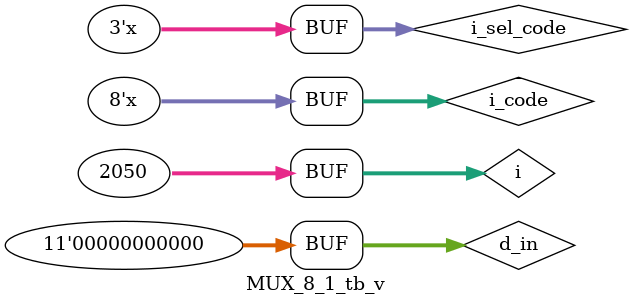
<source format=v>

`timescale 1ms/1ms


module MUX_8_1_tb_v;
  
  reg        i_en;
  reg  [7:0] i_code;
  reg  [2:0] i_sel_code;
  wire       o_f;
  
  
  reg [10:0] d_in = 1'b0;
  integer i;
  
  // duv port map options:
  MUX_8_1_v__behavior duv (.i_en(i_en), .i_code(i_code), .i_sel_code(i_sel_code), .o_f(o_f));
  
  //procedure statement
  initial begin
      
      for (i = 0 ; i < 2050 ; i = i + 1) begin
        #1000 i_code[0 ] = d_in[0 ];
              i_code[1 ] = d_in[1 ];
              i_code[2 ] = d_in[2 ];
              i_code[3 ] = d_in[3 ];
              i_code[4 ] = d_in[4 ];
              i_code[5 ] = d_in[5 ];
              i_code[6 ] = d_in[6 ];
              i_code[7 ] = d_in[7 ];
              i_sel_code[1 ] = d_in[8 ];
              i_sel_code[0 ] = d_in[9 ];
              i_sel_code[2 ] = d_in[10];


        // i_sel_code[0] = d_in[1]; o_code = d_in[2]; i_d = d_in[3]; o_codes = d_in[4]; i_n_cs_0 = d_in[5]; ;
        d_in = d_in + 1;
      end
          
    end

endmodule












</source>
